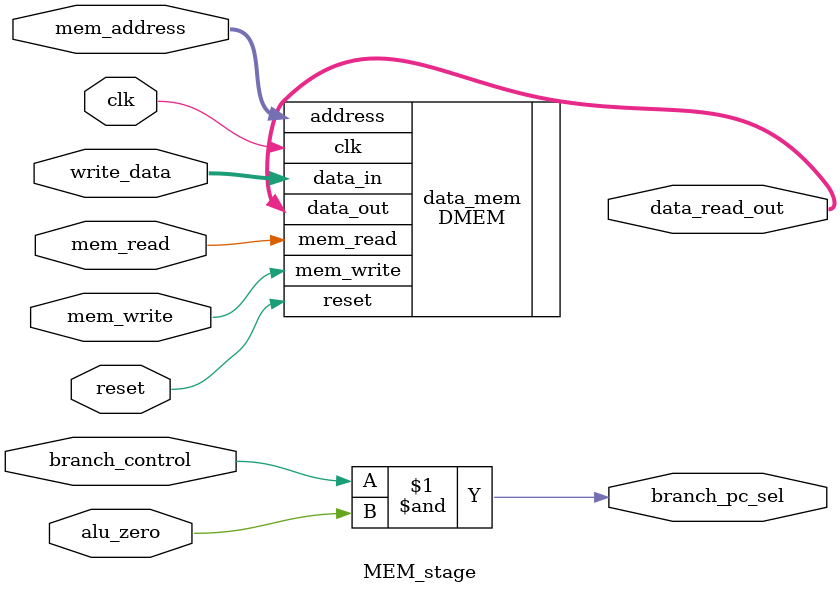
<source format=v>
module MEM_stage (
    input           branch_control,
    input           alu_zero,
    input           mem_read,
    input           mem_write,

    input [31:0]    mem_address,
    input [31:0]    write_data,

    input           clk,
    input           reset,

    output [31:0]   data_read_out,
    output          branch_pc_sel
);
    
    DMEM data_mem(
        //input
        .address(mem_address),
        .data_in(write_data),
        .mem_write(mem_write),
        .mem_read(mem_read),
        .clk(clk),
        .reset(reset),

        //output
        .data_out(data_read_out)
    );

    assign branch_pc_sel = branch_control & alu_zero;

endmodule
</source>
